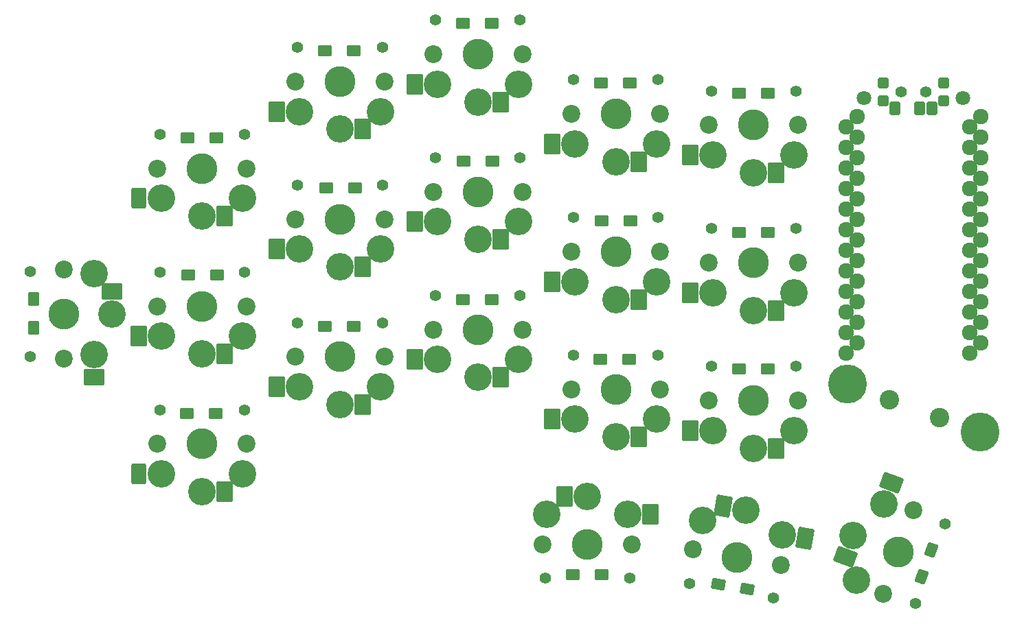
<source format=gbr>
G04 #@! TF.GenerationSoftware,KiCad,Pcbnew,8.0.2-1*
G04 #@! TF.CreationDate,2024-07-27T23:17:35+01:00*
G04 #@! TF.ProjectId,pcb__raven-split-38key__choc-hotswap-n!n,7063625f-5f72-4617-9665-6e2d73706c69,0.1*
G04 #@! TF.SameCoordinates,Original*
G04 #@! TF.FileFunction,Soldermask,Bot*
G04 #@! TF.FilePolarity,Negative*
%FSLAX46Y46*%
G04 Gerber Fmt 4.6, Leading zero omitted, Abs format (unit mm)*
G04 Created by KiCad (PCBNEW 8.0.2-1) date 2024-07-27 23:17:35*
%MOMM*%
%LPD*%
G01*
G04 APERTURE LIST*
G04 Aperture macros list*
%AMRoundRect*
0 Rectangle with rounded corners*
0 $1 Rounding radius*
0 $2 $3 $4 $5 $6 $7 $8 $9 X,Y pos of 4 corners*
0 Add a 4 corners polygon primitive as box body*
4,1,4,$2,$3,$4,$5,$6,$7,$8,$9,$2,$3,0*
0 Add four circle primitives for the rounded corners*
1,1,$1+$1,$2,$3*
1,1,$1+$1,$4,$5*
1,1,$1+$1,$6,$7*
1,1,$1+$1,$8,$9*
0 Add four rect primitives between the rounded corners*
20,1,$1+$1,$2,$3,$4,$5,0*
20,1,$1+$1,$4,$5,$6,$7,0*
20,1,$1+$1,$6,$7,$8,$9,0*
20,1,$1+$1,$8,$9,$2,$3,0*%
G04 Aperture macros list end*
%ADD10RoundRect,0.200000X0.650000X0.475000X-0.650000X0.475000X-0.650000X-0.475000X0.650000X-0.475000X0*%
%ADD11RoundRect,0.200000X-0.475000X0.650000X-0.475000X-0.650000X0.475000X-0.650000X0.475000X0.650000X0*%
%ADD12RoundRect,0.200000X0.722608X0.354912X-0.557642X0.580655X-0.722608X-0.354912X0.557642X-0.580655X0*%
%ADD13RoundRect,0.200000X-0.224041X0.773260X-0.668667X-0.448341X0.224041X-0.773260X0.668667X0.448341X0*%
%ADD14C,1.400000*%
%ADD15C,3.400000*%
%ADD16C,2.200000*%
%ADD17C,3.800000*%
%ADD18RoundRect,0.200000X0.700000X1.100000X-0.700000X1.100000X-0.700000X-1.100000X0.700000X-1.100000X0*%
%ADD19RoundRect,0.200000X0.800000X1.100000X-0.800000X1.100000X-0.800000X-1.100000X0.800000X-1.100000X0*%
%ADD20RoundRect,0.200000X-1.100000X0.800000X-1.100000X-0.800000X1.100000X-0.800000X1.100000X0.800000X0*%
%ADD21RoundRect,0.200000X-0.800000X-1.100000X0.800000X-1.100000X0.800000X1.100000X-0.800000X1.100000X0*%
%ADD22RoundRect,0.200000X-0.978859X-0.944370X0.596833X-1.222207X0.978859X0.944370X-0.596833X1.222207X0*%
%ADD23C,1.924000*%
%ADD24C,2.400000*%
%ADD25RoundRect,0.200000X0.760046X-1.127976X1.307278X0.375532X-0.760046X1.127976X-1.307278X-0.375532X0*%
%ADD26C,4.800000*%
%ADD27C,1.797000*%
%ADD28RoundRect,0.200000X0.450000X0.450000X-0.450000X0.450000X-0.450000X-0.450000X0.450000X-0.450000X0*%
%ADD29RoundRect,0.200000X0.450000X0.625000X-0.450000X0.625000X-0.450000X-0.625000X0.450000X-0.625000X0*%
G04 APERTURE END LIST*
D10*
X67395700Y-63015700D03*
X63845700Y-63015700D03*
X84395700Y-52265700D03*
X80845700Y-52265700D03*
X101395700Y-48890700D03*
X97845700Y-48890700D03*
X118395700Y-56265700D03*
X114845700Y-56265700D03*
X135445700Y-57515700D03*
X131895700Y-57515700D03*
D11*
X44895700Y-82940700D03*
X44895700Y-86490700D03*
D10*
X67495700Y-80015700D03*
X63945700Y-80015700D03*
X84495700Y-69265700D03*
X80945700Y-69265700D03*
X101495700Y-65890700D03*
X97945700Y-65890700D03*
X118495700Y-73265700D03*
X114945700Y-73265700D03*
X135445700Y-74715700D03*
X131895700Y-74715700D03*
X67345700Y-97115700D03*
X63795700Y-97115700D03*
X84345700Y-86365700D03*
X80795700Y-86365700D03*
X101345700Y-82990700D03*
X97795700Y-82990700D03*
X118345700Y-90365700D03*
X114795700Y-90365700D03*
X135395700Y-91565700D03*
X131845700Y-91565700D03*
X114920700Y-116940700D03*
X111370700Y-116940700D03*
D12*
X132839234Y-118794526D03*
X129343166Y-118178074D03*
D13*
X155576886Y-113925746D03*
X154362714Y-117261654D03*
D14*
X70890700Y-62640700D03*
D15*
X60670700Y-70540700D03*
D16*
X60170700Y-66840700D03*
D15*
X70670700Y-70540700D03*
D17*
X65670700Y-66840700D03*
D14*
X60450700Y-62640700D03*
D15*
X65670700Y-72740700D03*
D16*
X71170700Y-66840700D03*
D18*
X57870700Y-70540700D03*
D19*
X68470700Y-72740700D03*
D14*
X87890700Y-51890700D03*
D15*
X87670700Y-59790700D03*
D17*
X82670700Y-56090700D03*
D15*
X77670700Y-59790700D03*
D14*
X77450700Y-51890700D03*
D16*
X77170700Y-56090700D03*
D15*
X82670700Y-61990700D03*
D16*
X88170700Y-56090700D03*
D19*
X74870700Y-59790700D03*
X85470700Y-61990700D03*
D15*
X94670700Y-56415700D03*
X99670700Y-58615700D03*
D14*
X104890700Y-48515700D03*
X94450700Y-48515700D03*
D17*
X99670700Y-52715700D03*
D16*
X105170700Y-52715700D03*
D15*
X104670700Y-56415700D03*
D16*
X94170700Y-52715700D03*
D19*
X91870700Y-56415700D03*
X102470700Y-58615700D03*
D15*
X121670700Y-63790700D03*
X116670700Y-65990700D03*
D16*
X111170700Y-60090700D03*
D15*
X111670700Y-63790700D03*
D16*
X122170700Y-60090700D03*
D14*
X121890700Y-55890700D03*
X111450700Y-55890700D03*
D17*
X116670700Y-60090700D03*
D19*
X108870700Y-63790700D03*
X119470700Y-65990700D03*
D14*
X138890700Y-57265700D03*
D17*
X133670700Y-61465700D03*
D14*
X128450700Y-57265700D03*
D16*
X128170700Y-61465700D03*
X139170700Y-61465700D03*
D15*
X138670700Y-65165700D03*
X133670700Y-67365700D03*
X128670700Y-65165700D03*
D19*
X125870700Y-65165700D03*
X136470700Y-67365700D03*
D16*
X48670700Y-90315700D03*
D14*
X44470700Y-90035700D03*
X44470700Y-79595700D03*
D16*
X48670700Y-79315700D03*
D15*
X52370700Y-79815700D03*
X52370700Y-89815700D03*
D17*
X48670700Y-84815700D03*
D15*
X54570700Y-84815700D03*
D20*
X52370700Y-92615700D03*
X54570700Y-82015700D03*
D14*
X60450700Y-79640700D03*
D15*
X65670700Y-89740700D03*
X70670700Y-87540700D03*
D14*
X70890700Y-79640700D03*
D16*
X60170700Y-83840700D03*
D17*
X65670700Y-83840700D03*
D16*
X71170700Y-83840700D03*
D15*
X60670700Y-87540700D03*
D19*
X57870700Y-87540700D03*
X68470700Y-89740700D03*
D14*
X87890700Y-68890700D03*
D15*
X87670700Y-76790700D03*
D16*
X88170700Y-73090700D03*
D17*
X82670700Y-73090700D03*
D15*
X82670700Y-78990700D03*
D14*
X77450700Y-68890700D03*
D16*
X77170700Y-73090700D03*
D15*
X77670700Y-76790700D03*
D19*
X74870700Y-76790700D03*
X85470700Y-78990700D03*
D15*
X104670700Y-73415700D03*
D14*
X104890700Y-65515700D03*
D16*
X105170700Y-69715700D03*
D15*
X94670700Y-73415700D03*
D14*
X94450700Y-65515700D03*
D15*
X99670700Y-75615700D03*
D16*
X94170700Y-69715700D03*
D17*
X99670700Y-69715700D03*
D19*
X91870700Y-73415700D03*
X102470700Y-75615700D03*
D16*
X122170700Y-77090700D03*
X111170700Y-77090700D03*
D14*
X121890700Y-72890700D03*
D15*
X121670700Y-80790700D03*
X111670700Y-80790700D03*
X116670700Y-82990700D03*
D14*
X111450700Y-72890700D03*
D17*
X116670700Y-77090700D03*
D19*
X108870700Y-80790700D03*
X119470700Y-82990700D03*
D16*
X139170700Y-78465700D03*
D15*
X133670700Y-84365700D03*
D17*
X133670700Y-78465700D03*
D15*
X138670700Y-82165700D03*
D14*
X128450700Y-74265700D03*
D16*
X128170700Y-78465700D03*
D14*
X138890700Y-74265700D03*
D15*
X128670700Y-82165700D03*
D19*
X125870700Y-82165700D03*
X136470700Y-84365700D03*
D16*
X71170700Y-100840700D03*
D14*
X60450700Y-96640700D03*
D15*
X65670700Y-106740700D03*
X60670700Y-104540700D03*
D14*
X70890700Y-96640700D03*
D16*
X60170700Y-100840700D03*
D17*
X65670700Y-100840700D03*
D15*
X70670700Y-104540700D03*
D18*
X57870700Y-104540700D03*
D19*
X68470700Y-106740700D03*
D15*
X82670700Y-95990700D03*
D14*
X77450700Y-85890700D03*
D15*
X87670700Y-93790700D03*
D16*
X88170700Y-90090700D03*
D17*
X82670700Y-90090700D03*
D14*
X87890700Y-85890700D03*
D16*
X77170700Y-90090700D03*
D15*
X77670700Y-93790700D03*
D19*
X74870700Y-93790700D03*
X85470700Y-95990700D03*
D15*
X99670700Y-92615700D03*
X94670700Y-90415700D03*
D14*
X94450700Y-82515700D03*
D16*
X94170700Y-86715700D03*
X105170700Y-86715700D03*
D15*
X104670700Y-90415700D03*
D17*
X99670700Y-86715700D03*
D14*
X104890700Y-82515700D03*
D19*
X91870700Y-90415700D03*
X102470700Y-92615700D03*
D16*
X111170700Y-94090700D03*
D14*
X111450700Y-89890700D03*
D17*
X116670700Y-94090700D03*
D15*
X111670700Y-97790700D03*
D16*
X122170700Y-94090700D03*
D14*
X121890700Y-89890700D03*
D15*
X121670700Y-97790700D03*
X116670700Y-99990700D03*
D19*
X108870700Y-97790700D03*
X119470700Y-99990700D03*
D15*
X128670700Y-99165700D03*
X138670700Y-99165700D03*
D14*
X138890700Y-91265700D03*
D16*
X139170700Y-95465700D03*
D15*
X133670700Y-101365700D03*
D14*
X128450700Y-91265700D03*
D16*
X128170700Y-95465700D03*
D17*
X133670700Y-95465700D03*
D19*
X125870700Y-99165700D03*
X136470700Y-101365700D03*
D16*
X118670700Y-113215700D03*
D15*
X113170700Y-107315700D03*
D14*
X118390700Y-117415700D03*
D15*
X108170700Y-109515700D03*
D14*
X107950700Y-117415700D03*
D15*
X118170700Y-109515700D03*
D17*
X113170700Y-113215700D03*
D16*
X107670700Y-113215700D03*
D21*
X120970700Y-109515700D03*
X110370700Y-107315700D03*
D14*
X125779081Y-118053549D03*
D16*
X126232657Y-113868735D03*
D17*
X131649100Y-114823800D03*
D15*
X132673624Y-109013434D03*
D14*
X136060474Y-119866436D03*
D16*
X137065543Y-115778865D03*
D15*
X127367559Y-110311770D03*
X137215637Y-112048252D03*
D22*
X139973099Y-112534467D03*
X129916163Y-108527219D03*
D23*
X161627100Y-60462700D03*
X145080700Y-61732700D03*
X145080700Y-64272700D03*
X161627100Y-63002700D03*
X145080700Y-66812700D03*
X161627100Y-65542700D03*
X145080700Y-69352700D03*
X161627100Y-68082700D03*
X161627100Y-70622700D03*
X145080700Y-71892700D03*
X161627100Y-73162700D03*
X145080700Y-74432700D03*
X145080700Y-76972700D03*
X161627100Y-75702700D03*
X145080700Y-79512700D03*
X161627100Y-78242700D03*
X161627100Y-80782700D03*
X145080700Y-82052700D03*
X161627100Y-83322700D03*
X145080700Y-84592700D03*
X145080700Y-87132700D03*
X161627100Y-85862700D03*
X145080700Y-89672700D03*
X161627100Y-88402700D03*
X160320700Y-89672700D03*
X146407100Y-88402700D03*
X146407100Y-85862700D03*
X160320700Y-87132700D03*
X160320700Y-84592700D03*
X146407100Y-83322700D03*
X146407100Y-80782700D03*
X160320700Y-82052700D03*
X160320700Y-79512700D03*
X146407100Y-78242700D03*
X160320700Y-76972700D03*
X146407100Y-75702700D03*
X160320700Y-74432700D03*
X146407100Y-73162700D03*
X146407100Y-70622700D03*
X160320700Y-71892700D03*
X160320700Y-69352700D03*
X146407100Y-68082700D03*
X160320700Y-66812700D03*
X146407100Y-65542700D03*
X160320700Y-64272700D03*
X146407100Y-63002700D03*
X160320700Y-61732700D03*
X146407100Y-60462700D03*
D24*
X150441699Y-95379135D03*
X156549701Y-97602265D03*
D14*
X157232054Y-110731289D03*
D16*
X153381111Y-109031691D03*
D15*
X146313037Y-117632989D03*
D14*
X153661364Y-120541680D03*
D16*
X149618889Y-119368309D03*
D15*
X145955814Y-112182081D03*
X149733238Y-108236062D03*
D17*
X151500000Y-114200000D03*
D25*
X150690894Y-105604923D03*
X144998157Y-114813220D03*
D14*
X151870700Y-57365700D03*
X154870700Y-57365700D03*
D26*
X161620700Y-99365700D03*
D27*
X147245700Y-58165700D03*
X159495700Y-58165700D03*
D26*
X145220700Y-93415700D03*
D28*
X157070700Y-58465700D03*
X149670700Y-56265700D03*
X157070700Y-56265700D03*
X149670700Y-58465700D03*
D29*
X151120700Y-59440700D03*
X154120700Y-59440700D03*
X155620700Y-59440700D03*
M02*

</source>
